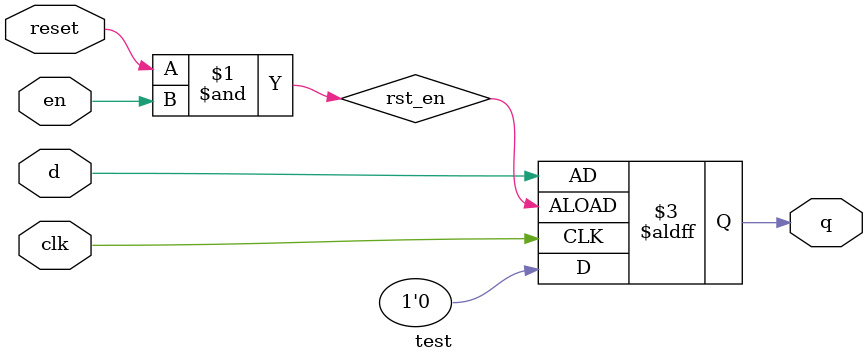
<source format=v>
module test (q, clk, en, reset, d);
output q;
input clk, en, reset, d;
reg q;
wire clk, en, reset, d;
wire rst_en;
and U_and_1(rst_en, reset, en);//warning on "rst_en", is gated
always @( posedge clk or negedge rst_en )
// always @(clk | rst_en )
if (rst_en )
q <= 1'b0;
else
q <= d;
endmodule


</source>
